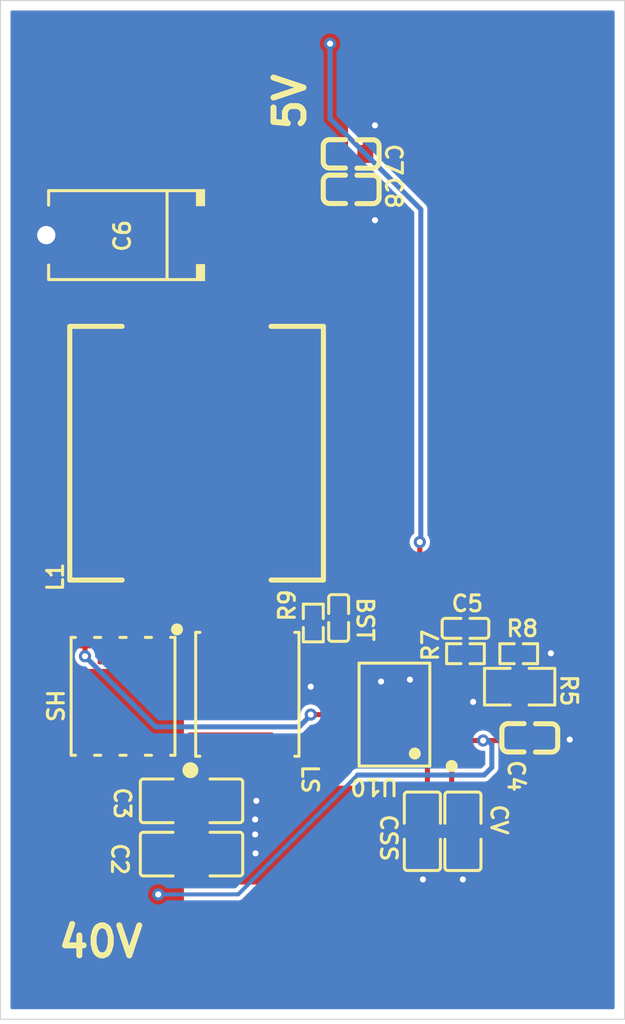
<source format=kicad_pcb>
(kicad_pcb (version 20240108) (generator "pcbnew") (generator_version "8.0")
  (layers (0 "F.Cu" signal "Top Layer") (1 "In1.Cu" signal "Inner1") (2 "In2.Cu" signal "Inner2") (31 "B.Cu" signal "Bottom Layer") (34 "B.Paste" user "Bottom Paste Mask Layer") (35 "F.Paste" user "Top Paste Mask Layer") (36 "B.SilkS" user "Bottom Silkscreen Layer") (37 "F.SilkS" user "Top Silkscreen Layer") (38 "B.Mask" user "Bottom Solder Mask Layer") (39 "F.Mask" user "Top Solder Mask Layer") (44 "Edge.Cuts" user "Multi-Layer"))
  (net 0 "")
  (net 1 "GND")
  (net 2 "5V")
  (net 3 "40V")
  (net 4 "$2N2931")
  (net 5 "$2N2778")
  (net 6 "GATE")
  (net 7 "$2N2800")
  (net 8 "$2N671")
  (net 9 "$2N681")
  (net 10 "$2N1026")
  (net 11 "$2N1983")
  (net 12 "$2N1121")
  (footprint "finalhand:C0603" (layer "F.Cu") (at 92.0655 61.2095)
    (property "Reference" "C8" (at 1.651 -0.7165 -90) (layer "F.SilkS") (effects (font (size 0.8 0.8) (thickness 0.1525)) (justify left bottom)))
    (property "Value" "")
    (fp_line (start -1.4055 -0.4055) (end -1.4055 0.3945) (stroke (width 0.254)) (layer "F.SilkS"))
    (fp_line (start -0.2955 -0.7155) (end -1.0955 -0.7155) (stroke (width 0.254)) (layer "F.SilkS"))
    (fp_line (start -0.2955 0.704) (end -1.0955 0.704) (stroke (width 0.254)) (layer "F.SilkS"))
    (fp_line (start 0.2805 -0.7095) (end 1.08 -0.7095) (stroke (width 0.254)) (layer "F.SilkS"))
    (fp_line (start 0.2805 0.71) (end 1.08 0.71) (stroke (width 0.254)) (layer "F.SilkS"))
    (fp_line (start 1.39 -0.4) (end 1.39 0.4005) (stroke (width 0.254)) (layer "F.SilkS"))
    (fp_arc (start -1.4055 -0.4055) (mid -1.314703 -0.624703) (end -1.0955 -0.7155) (stroke (width 0.254)) (layer "F.SilkS"))
    (fp_arc (start -1.0955 0.704) (mid -1.314423 0.613277) (end -1.4055 0.3945) (stroke (width 0.254)) (layer "F.SilkS"))
    (fp_arc (start 1.08 -0.7095) (mid 1.298924 -0.618777) (end 1.39 -0.4) (stroke (width 0.254)) (layer "F.SilkS"))
    (fp_arc (start 1.39 0.4) (mid 1.299203 0.619203) (end 1.08 0.71) (stroke (width 0.254)) (layer "F.SilkS"))
    (pad "1" smd rect (at -0.7 0) (size 0.8 0.9) (layers "F.Cu" "F.Paste" "F.Mask") (net 2 "5V"))
    (pad "2" smd rect (at 0.7 0) (size 0.8 0.9) (layers "F.Cu" "F.Paste" "F.Mask") (net 1 "GND"))
  )
  (footprint "finalhand:C0402" (layer "F.Cu") (at 91.4305 82.6635 90)
    (property "Reference" "BST" (at 1.118876 0.857 -90) (layer "F.SilkS") (effects (font (size 0.8 0.8) (thickness 0.1525)) (justify left bottom)))
    (property "Value" "")
    (fp_line (start 1.0165 -0.4985) (end 0.226 -0.4985) (stroke (width 0.1525)) (layer "F.SilkS"))
    (fp_line (start -1.0165 -0.4985) (end -0.226 -0.4985) (stroke (width 0.1525)) (layer "F.SilkS"))
    (fp_line (start 1.1685 0.346) (end 1.1685 -0.346) (stroke (width 0.1525)) (layer "F.SilkS"))
    (fp_line (start -1.1685 0.346) (end -1.1685 -0.346) (stroke (width 0.1525)) (layer "F.SilkS"))
    (fp_line (start 0.226 0.4985) (end 1.0165 0.4985) (stroke (width 0.1525)) (layer "F.SilkS"))
    (fp_line (start -0.226 0.4985) (end -1.0165 0.4985) (stroke (width 0.1525)) (layer "F.SilkS"))
    (fp_arc (start 1.0165 -0.4985) (mid 1.12426 -0.453906) (end 1.1685 -0.346) (stroke (width 0.1525)) (layer "F.SilkS"))
    (fp_arc (start -1.1685 -0.346) (mid -1.123907 -0.453554) (end -1.0165 -0.4985) (stroke (width 0.1525)) (layer "F.SilkS"))
    (fp_arc (start 1.1685 0.346) (mid 1.123905 0.453552) (end 1.0165 0.4985) (stroke (width 0.1525)) (layer "F.SilkS"))
    (fp_arc (start -1.0165 0.4985) (mid -1.124261 0.453907) (end -1.1685 0.346) (stroke (width 0.1525)) (layer "F.SilkS"))
    (pad "1" smd rect (at -0.545 0 90) (size 0.79 0.54) (layers "F.Cu" "F.Paste" "F.Mask") (net 8 "$2N671"))
    (pad "2" smd rect (at 0.545 0 90) (size 0.79 0.54) (layers "F.Cu" "F.Paste" "F.Mask") (net 5 "$2N2778"))
  )
  (footprint "finalhand:R0402" (layer "F.Cu") (at 90.1605 82.9135 90)
    (property "Reference" "R9" (at 0 -0.842 90) (layer "F.SilkS") (effects (font (size 0.8 0.8) (thickness 0.1525)) (justify left bottom)))
    (property "Value" "")
    (fp_line (start 0.944 -0.4985) (end 0.226 -0.4985) (stroke (width 0.1525)) (layer "F.SilkS"))
    (fp_line (start -0.944 -0.4985) (end -0.226 -0.4985) (stroke (width 0.1525)) (layer "F.SilkS"))
    (fp_line (start 0.944 0.4985) (end 0.944 -0.4985) (stroke (width 0.1525)) (layer "F.SilkS"))
    (fp_line (start 0.226 0.4985) (end 0.944 0.4985) (stroke (width 0.1525)) (layer "F.SilkS"))
    (fp_line (start -0.226 0.4985) (end -0.944 0.4985) (stroke (width 0.1525)) (layer "F.SilkS"))
    (fp_line (start -0.944 0.4985) (end -0.944 -0.4985) (stroke (width 0.1525)) (layer "F.SilkS"))
    (pad "1" smd rect (at -0.433 0 90) (size 0.5655 0.54) (layers "F.Cu" "F.Paste" "F.Mask") (net 4 "$2N2931"))
    (pad "2" smd rect (at 0.433 0 90) (size 0.5655 0.54) (layers "F.Cu" "F.Paste" "F.Mask") (net 5 "$2N2778"))
  )
  (footprint "finalhand:POWERVDFN-8_L6.0-W5.0-P1.27-BL" (layer "F.Cu") (at 86.8585 86.4825)
    (property "Reference" "LS" (at 2.667 3.4415 -90) (layer "F.SilkS") (effects (font (size 0.8 0.8) (thickness 0.1525)) (justify left bottom)))
    (property "Value" "")
    (fp_line (start -2.586 -3.101) (end -2.3755 -3.101) (stroke (width 0.1525)) (layer "F.SilkS"))
    (fp_line (start -2.586 3.101) (end -2.586 -3.101) (stroke (width 0.1525)) (layer "F.SilkS"))
    (fp_line (start -2.3755 3.101) (end -2.586 3.101) (stroke (width 0.1525)) (layer "F.SilkS"))
    (fp_line (start 2.3755 3.101) (end 2.586 3.101) (stroke (width 0.1525)) (layer "F.SilkS"))
    (fp_line (start 2.586 -3.101) (end 2.3755 -3.101) (stroke (width 0.1525)) (layer "F.SilkS"))
    (fp_line (start 2.586 3.101) (end 2.586 -3.101) (stroke (width 0.1525)) (layer "F.SilkS"))
    (fp_circle (center -2.85 3.8) (end -2.65 3.8) (stroke (width 0.4)) (fill none) (layer "F.SilkS"))
    (pad "1" smd rect (at -1.905 3.0255) (size 0.8 1.321) (layers "F.Cu" "F.Paste" "F.Mask") (net 1 "GND"))
    (pad "2" smd rect (at -0.635 3.0255) (size 0.8 1.321) (layers "F.Cu" "F.Paste" "F.Mask") (net 1 "GND"))
    (pad "3" smd rect (at 0.635 3.0255) (size 0.8 1.321) (layers "F.Cu" "F.Paste" "F.Mask") (net 1 "GND"))
    (pad "4" smd rect (at 1.905 3.0255) (size 0.8 1.321) (layers "F.Cu" "F.Paste" "F.Mask") (net 7 "$2N2800"))
    (pad "5" smd rect (at 1.905 -3.0255) (size 0.8 1.321) (layers "F.Cu" "F.Paste" "F.Mask") (net 5 "$2N2778"))
    (pad "6" smd rect (at 0.635 -3.0255) (size 0.8 1.321) (layers "F.Cu" "F.Paste" "F.Mask") (net 5 "$2N2778"))
    (pad "7" smd rect (at -0.635 -3.0255) (size 0.8 1.321) (layers "F.Cu" "F.Paste" "F.Mask") (net 5 "$2N2778"))
    (pad "8" smd rect (at -1.905 -3.0255) (size 0.8 1.321) (layers "F.Cu" "F.Paste" "F.Mask") (net 5 "$2N2778"))
    (pad "9" smd rect (at 0 -0.65) (size 4.6 3.6) (layers "F.Cu" "F.Paste" "F.Mask") (net 5 "$2N2778"))
  )
  (footprint "finalhand:R0402" (layer "F.Cu") (at 97.7805 84.4505 180)
    (property "Reference" "R7" (at 1.287 -0.460124 90) (layer "F.SilkS") (effects (font (size 0.8 0.8) (thickness 0.1525)) (justify left bottom)))
    (property "Value" "")
    (fp_line (start 0.944 0.4985) (end 0.944 -0.4985) (stroke (width 0.1525)) (layer "F.SilkS"))
    (fp_line (start 0.944 -0.4985) (end 0.226 -0.4985) (stroke (width 0.1525)) (layer "F.SilkS"))
    (fp_line (start 0.226 0.4985) (end 0.944 0.4985) (stroke (width 0.1525)) (layer "F.SilkS"))
    (fp_line (start -0.226 0.4985) (end -0.944 0.4985) (stroke (width 0.1525)) (layer "F.SilkS"))
    (fp_line (start -0.944 0.4985) (end -0.944 -0.4985) (stroke (width 0.1525)) (layer "F.SilkS"))
    (fp_line (start -0.944 -0.4985) (end -0.226 -0.4985) (stroke (width 0.1525)) (layer "F.SilkS"))
    (pad "1" smd rect (at -0.433 0 180) (size 0.5655 0.54) (layers "F.Cu" "F.Paste" "F.Mask") (net 11 "$2N1983"))
    (pad "2" smd rect (at 0.433 0 180) (size 0.5655 0.54) (layers "F.Cu" "F.Paste" "F.Mask") (net 2 "5V"))
  )
  (footprint "finalhand:CAP-SMD_L7.3-W4.3-R-RD" (layer "F.Cu") (at 80.6355 63.4955)
    (property "Reference" "C6" (at 0.433 0.918 90) (layer "F.SilkS") (effects (font (size 0.8 0.8) (thickness 0.1525)) (justify left bottom)))
    (property "Value" "")
    (fp_line (start -3.726 -2.226) (end -3.726 -1.499) (stroke (width 0.1525)) (layer "F.SilkS"))
    (fp_line (start -3.726 -2.226) (end 3.726 -2.226) (stroke (width 0.1525)) (layer "F.SilkS"))
    (fp_line (start -3.726 2.226) (end -3.726 1.499) (stroke (width 0.1525)) (layer "F.SilkS"))
    (fp_line (start -3.726 2.226) (end 3.726 2.226) (stroke (width 0.1525)) (layer "F.SilkS"))
    (fp_line (start 2.2045 -2.226) (end 2.2045 2.226) (stroke (width 0.1525)) (layer "F.SilkS"))
    (fp_poly (pts (xy 3.65 -2.3025) (xy 3.65 -1.4485) (xy 4.107 -1.4485) (xy 4.107 -2.3025)) (fill solid) (layer "F.SilkS"))
    (fp_poly (pts (xy 3.65 2.3025) (xy 3.65 1.4485) (xy 4.107 1.4485) (xy 4.107 2.3025)) (fill solid) (layer "F.SilkS"))
    (pad "1" smd rect (at 3.5115 0) (size 2.2075 2.592) (layers "F.Cu" "F.Paste" "F.Mask") (net 2 "5V"))
    (pad "2" smd rect (at -3.5115 0) (size 2.2075 2.592) (layers "F.Cu" "F.Paste" "F.Mask") (net 1 "GND"))
  )
  (footprint "finalhand:C1206" (layer "F.Cu") (at 84.0645 94.4835 180)
    (property "Reference" "C2" (at 4.064 0.635 -90) (layer "F.SilkS") (effects (font (size 0.8 0.8) (thickness 0.1525)) (justify left bottom)))
    (property "Value" "")
    (fp_line (start 2.5635 0.94) (end 2.5635 -0.94) (stroke (width 0.1525)) (layer "F.SilkS"))
    (fp_line (start 2.411 -1.0925) (end 0.926 -1.0925) (stroke (width 0.1525)) (layer "F.SilkS"))
    (fp_line (start 0.926 1.0925) (end 2.411 1.0925) (stroke (width 0.1525)) (layer "F.SilkS"))
    (fp_line (start -0.926 1.0925) (end -2.411 1.0925) (stroke (width 0.1525)) (layer "F.SilkS"))
    (fp_line (start -2.411 -1.0925) (end -0.926 -1.0925) (stroke (width 0.1525)) (layer "F.SilkS"))
    (fp_line (start -2.5635 0.94) (end -2.5635 -0.94) (stroke (width 0.1525)) (layer "F.SilkS"))
    (fp_arc (start 2.5635 0.94) (mid 2.518834 1.047834) (end 2.411 1.0925) (stroke (width 0.1525)) (layer "F.SilkS"))
    (fp_arc (start 2.411 -1.0925) (mid 2.518834 -1.047834) (end 2.5635 -0.94) (stroke (width 0.1525)) (layer "F.SilkS"))
    (fp_arc (start -2.411 1.0925) (mid -2.518834 1.047834) (end -2.5635 0.94) (stroke (width 0.1525)) (layer "F.SilkS"))
    (fp_arc (start -2.5635 -0.94) (mid -2.518834 -1.047834) (end -2.411 -1.0925) (stroke (width 0.1525)) (layer "F.SilkS"))
    (pad "1" smd rect (at -1.5925 0 180) (size 1.485 1.728) (layers "F.Cu" "F.Paste" "F.Mask") (net 1 "GND"))
    (pad "2" smd rect (at 1.5925 0 180) (size 1.485 1.728) (layers "F.Cu" "F.Paste" "F.Mask") (net 3 "40V"))
  )
  (footprint "finalhand:C0402" (layer "F.Cu") (at 97.7805 83.1805)
    (property "Reference" "C5" (at -0.787 -0.769876 0) (layer "F.SilkS") (effects (font (size 0.8 0.8) (thickness 0.1525)) (justify left bottom)))
    (property "Value" "")
    (fp_line (start -1.1685 0.346) (end -1.1685 -0.346) (stroke (width 0.1525)) (layer "F.SilkS"))
    (fp_line (start -1.0165 -0.4985) (end -0.226 -0.4985) (stroke (width 0.1525)) (layer "F.SilkS"))
    (fp_line (start -0.226 0.4985) (end -1.0165 0.4985) (stroke (width 0.1525)) (layer "F.SilkS"))
    (fp_line (start 0.226 0.4985) (end 1.0165 0.4985) (stroke (width 0.1525)) (layer "F.SilkS"))
    (fp_line (start 1.0165 -0.4985) (end 0.226 -0.4985) (stroke (width 0.1525)) (layer "F.SilkS"))
    (fp_line (start 1.1685 0.346) (end 1.1685 -0.346) (stroke (width 0.1525)) (layer "F.SilkS"))
    (fp_arc (start -1.1685 -0.346) (mid -1.123907 -0.453554) (end -1.0165 -0.4985) (stroke (width 0.1525)) (layer "F.SilkS"))
    (fp_arc (start -1.0165 0.4985) (mid -1.124261 0.453907) (end -1.1685 0.346) (stroke (width 0.1525)) (layer "F.SilkS"))
    (fp_arc (start 1.0165 -0.4985) (mid 1.12426 -0.453906) (end 1.1685 -0.346) (stroke (width 0.1525)) (layer "F.SilkS"))
    (fp_arc (start 1.1685 0.346) (mid 1.123905 0.453552) (end 1.0165 0.4985) (stroke (width 0.1525)) (layer "F.SilkS"))
    (pad "1" smd rect (at -0.545 0) (size 0.79 0.54) (layers "F.Cu" "F.Paste" "F.Mask") (net 2 "5V"))
    (pad "2" smd rect (at 0.545 0) (size 0.79 0.54) (layers "F.Cu" "F.Paste" "F.Mask") (net 11 "$2N1983"))
  )
  (footprint "finalhand:IND-SMD_L12.7-W12.7" (layer "F.Cu") (at 84.3185 74.4135 90)
    (property "Reference" "L1" (at -7 -6.604 90) (layer "F.SilkS") (effects (font (size 0.8 0.8) (thickness 0.1525)) (justify left bottom)))
    (property "Value" "")
    (fp_line (start 6.35 -6.35) (end -6.35 -6.35) (stroke (width 0.254)) (layer "F.SilkS"))
    (fp_line (start -6.35 -6.35) (end -6.35 -3.731) (stroke (width 0.254)) (layer "F.SilkS"))
    (fp_line (start 6.35 -3.731) (end 6.35 -6.35) (stroke (width 0.254)) (layer "F.SilkS"))
    (fp_line (start -6.35 3.731) (end -6.35 6.35) (stroke (width 0.254)) (layer "F.SilkS"))
    (fp_line (start 6.35 6.35) (end 6.35 3.731) (stroke (width 0.254)) (layer "F.SilkS"))
    (fp_line (start -6.35 6.35) (end 6.35 6.35) (stroke (width 0.254)) (layer "F.SilkS"))
    (pad "1" smd rect (at -5 0 90) (size 4 7) (layers "F.Cu" "F.Paste" "F.Mask") (net 5 "$2N2778"))
    (pad "2" smd rect (at 5 0 90) (size 4 7) (layers "F.Cu" "F.Paste" "F.Mask") (net 2 "5V"))
  )
  (footprint "finalhand:R0805" (layer "F.Cu") (at 100.4935 86.1015)
    (property "Reference" "R5" (at 2 -0.690876 -90) (layer "F.SilkS") (effects (font (size 0.8 0.8) (thickness 0.1525)) (justify left bottom)))
    (property "Value" "")
    (fp_line (start -1.761 -0.917) (end -0.476 -0.917) (stroke (width 0.1525)) (layer "F.SilkS"))
    (fp_line (start -1.761 0.917) (end -1.761 -0.917) (stroke (width 0.1525)) (layer "F.SilkS"))
    (fp_line (start -0.476 0.917) (end -1.761 0.917) (stroke (width 0.1525)) (layer "F.SilkS"))
    (fp_line (start 0.476 0.917) (end 1.761 0.917) (stroke (width 0.1525)) (layer "F.SilkS"))
    (fp_line (start 1.761 -0.917) (end 0.476 -0.917) (stroke (width 0.1525)) (layer "F.SilkS"))
    (fp_line (start 1.761 0.917) (end 1.761 -0.917) (stroke (width 0.1525)) (layer "F.SilkS"))
    (pad "1" smd rect (at -1 0) (size 1.1325 1.377) (layers "F.Cu" "F.Paste" "F.Mask") (net 9 "$2N681"))
    (pad "2" smd rect (at 1 0) (size 1.1325 1.377) (layers "F.Cu" "F.Paste" "F.Mask") (net 3 "40V"))
  )
  (footprint "finalhand:HTSSOP-14_L5.0-W4.4-P0.65-LS6.4-BL-EP" (layer "F.Cu") (at 94.2245 87.4985 90)
    (property "Reference" "U10" (at -3.162124 0.269 180) (layer "F.SilkS") (effects (font (size 0.8 0.8) (thickness 0.1525)) (justify left bottom)))
    (property "Value" "")
    (fp_line (start 2.576 -1.7715) (end 2.576 1.7715) (stroke (width 0.1525)) (layer "F.SilkS"))
    (fp_line (start -2.576 -1.7715) (end 2.576 -1.7715) (stroke (width 0.1525)) (layer "F.SilkS"))
    (fp_line (start 2.576 1.7715) (end -2.576 1.7715) (stroke (width 0.1525)) (layer "F.SilkS"))
    (fp_line (start -2.576 1.7715) (end -2.576 -1.7715) (stroke (width 0.1525)) (layer "F.SilkS"))
    (fp_circle (center -1.95 1.019) (end -1.8 1.019) (stroke (width 0.3)) (fill none) (layer "F.SilkS"))
    (fp_circle (center -2.574 2.866) (end -2.4235 2.866) (stroke (width 0.3)) (fill none) (layer "F.SilkS"))
    (pad "1" smd oval (at -1.95 2.866 90) (size 0.343 1.7315) (layers "F.Cu" "F.Paste" "F.Mask") (net 12 "$2N1121"))
    (pad "2" smd oval (at -1.3 2.866 90) (size 0.343 1.7315) (layers "F.Cu" "F.Paste" "F.Mask") (net 3 "40V"))
    (pad "3" smd oval (at -0.65 2.866 90) (size 0.343 1.7315) (layers "F.Cu" "F.Paste" "F.Mask"))
    (pad "4" smd oval (at 0 2.866 90) (size 0.343 1.7315) (layers "F.Cu" "F.Paste" "F.Mask") (net 11 "$2N1983"))
    (pad "5" smd oval (at 0.65 2.866 90) (size 0.343 1.7315) (layers "F.Cu" "F.Paste" "F.Mask") (net 1 "GND"))
    (pad "6" smd oval (at 1.3 2.866 90) (size 0.343 1.7315) (layers "F.Cu" "F.Paste" "F.Mask") (net 10 "$2N1026"))
    (pad "7" smd oval (at 1.95 2.866 90) (size 0.343 1.7315) (layers "F.Cu" "F.Paste" "F.Mask") (net 9 "$2N681"))
    (pad "8" smd oval (at 1.95 -2.866 90) (size 0.343 1.7315) (layers "F.Cu" "F.Paste" "F.Mask") (net 4 "$2N2931"))
    (pad "9" smd oval (at 1.3 -2.866 90) (size 0.343 1.7315) (layers "F.Cu" "F.Paste" "F.Mask") (net 1 "GND"))
    (pad "10" smd oval (at 0.65 -2.866 90) (size 0.343 1.7315) (layers "F.Cu" "F.Paste" "F.Mask") (net 5 "$2N2778"))
    (pad "11" smd oval (at 0 -2.866 90) (size 0.343 1.7315) (layers "F.Cu" "F.Paste" "F.Mask") (net 6 "GATE"))
    (pad "12" smd oval (at -0.65 -2.866 90) (size 0.343 1.7315) (layers "F.Cu" "F.Paste" "F.Mask") (net 8 "$2N671"))
    (pad "13" smd oval (at -1.3 -2.866 90) (size 0.343 1.7315) (layers "F.Cu" "F.Paste" "F.Mask") (net 7 "$2N2800"))
    (pad "14" smd oval (at -1.95 -2.866 90) (size 0.343 1.7315) (layers "F.Cu" "F.Paste" "F.Mask") (net 1 "GND"))
    (pad "15" smd rect (at 0 0 90) (size 1.83 2.055) (layers "F.Cu" "F.Paste" "F.Mask") (net 1 "GND"))
  )
  (footprint "finalhand:C0603" (layer "F.Cu") (at 92.0655 59.4315)
    (property "Reference" "C7" (at 1.651 -0.5895 -90) (layer "F.SilkS") (effects (font (size 0.8 0.8) (thickness 0.1525)) (justify left bottom)))
    (property "Value" "")
    (fp_line (start -1.4055 -0.4055) (end -1.4055 0.3945) (stroke (width 0.254)) (layer "F.SilkS"))
    (fp_line (start -0.2955 -0.7155) (end -1.0955 -0.7155) (stroke (width 0.254)) (layer "F.SilkS"))
    (fp_line (start -0.2955 0.704) (end -1.0955 0.704) (stroke (width 0.254)) (layer "F.SilkS"))
    (fp_line (start 0.2805 -0.7095) (end 1.08 -0.7095) (stroke (width 0.254)) (layer "F.SilkS"))
    (fp_line (start 0.2805 0.71) (end 1.08 0.71) (stroke (width 0.254)) (layer "F.SilkS"))
    (fp_line (start 1.39 -0.4) (end 1.39 0.4005) (stroke (width 0.254)) (layer "F.SilkS"))
    (fp_arc (start -1.4055 -0.4055) (mid -1.314703 -0.624703) (end -1.0955 -0.7155) (stroke (width 0.254)) (layer "F.SilkS"))
    (fp_arc (start -1.0955 0.704) (mid -1.314423 0.613277) (end -1.4055 0.3945) (stroke (width 0.254)) (layer "F.SilkS"))
    (fp_arc (start 1.08 -0.7095) (mid 1.298924 -0.618777) (end 1.39 -0.4) (stroke (width 0.254)) (layer "F.SilkS"))
    (fp_arc (start 1.39 0.4) (mid 1.299203 0.619203) (end 1.08 0.71) (stroke (width 0.254)) (layer "F.SilkS"))
    (pad "1" smd rect (at -0.7 0) (size 0.8 0.9) (layers "F.Cu" "F.Paste" "F.Mask") (net 2 "5V"))
    (pad "2" smd rect (at 0.7 0) (size 0.8 0.9) (layers "F.Cu" "F.Paste" "F.Mask") (net 1 "GND"))
  )
  (footprint "finalhand:DFN-8_L5.9-W5.2-P1.27-LS6.2-BL" (layer "F.Cu") (at 80.6355 86.6095 180)
    (property "Reference" "HS" (at 3.892 0.448876 -90) (layer "F.SilkS") (effects (font (size 0.8 0.8) (thickness 0.1525)) (justify left bottom)))
    (property "Value" "")
    (fp_line (start 2.6 2.975) (end 2.385 2.975) (stroke (width 0.152)) (layer "F.SilkS"))
    (fp_line (start 2.6 -2.925) (end 2.6 2.975) (stroke (width 0.152)) (layer "F.SilkS"))
    (fp_line (start 2.385 -2.925) (end 2.6 -2.925) (stroke (width 0.152)) (layer "F.SilkS"))
    (fp_line (start 1.425 2.975) (end 1.115 2.975) (stroke (width 0.152)) (layer "F.SilkS"))
    (fp_line (start 1.115 -2.925) (end 1.425 -2.925) (stroke (width 0.152)) (layer "F.SilkS"))
    (fp_line (start 0.155 2.975) (end -0.155 2.975) (stroke (width 0.152)) (layer "F.SilkS"))
    (fp_line (start -0.155 -2.925) (end 0.155 -2.925) (stroke (width 0.152)) (layer "F.SilkS"))
    (fp_line (start -1.115 2.975) (end -1.425 2.975) (stroke (width 0.152)) (layer "F.SilkS"))
    (fp_line (start -1.425 -2.925) (end -1.115 -2.925) (stroke (width 0.152)) (layer "F.SilkS"))
    (fp_line (start -2.385 2.975) (end -2.6 2.975) (stroke (width 0.152)) (layer "F.SilkS"))
    (fp_line (start -2.6 2.975) (end -2.6 -2.925) (stroke (width 0.152)) (layer "F.SilkS"))
    (fp_line (start -2.6 -2.925) (end -2.385 -2.925) (stroke (width 0.152)) (layer "F.SilkS"))
    (fp_circle (center -2.7 3.375) (end -2.55 3.375) (stroke (width 0.3)) (fill none) (layer "F.SilkS"))
    (pad "1" smd rect (at -1.905 2.925 180) (size 0.6 1) (layers "F.Cu" "F.Paste" "F.Mask") (net 5 "$2N2778"))
    (pad "2" smd rect (at -0.635 2.925 180) (size 0.6 1) (layers "F.Cu" "F.Paste" "F.Mask") (net 5 "$2N2778"))
    (pad "3" smd rect (at 0.635 2.925 180) (size 0.6 1) (layers "F.Cu" "F.Paste" "F.Mask") (net 5 "$2N2778"))
    (pad "4" smd rect (at 1.905 2.925 180) (size 0.6 1) (layers "F.Cu" "F.Paste" "F.Mask") (net 6 "GATE"))
    (pad "5" smd rect (at 1.905 -2.925 180) (size 0.6 1) (layers "F.Cu" "F.Paste" "F.Mask") (net 3 "40V"))
    (pad "6" smd rect (at 0.635 -2.925 180) (size 0.6 1) (layers "F.Cu" "F.Paste" "F.Mask") (net 3 "40V"))
    (pad "7" smd rect (at -0.635 -2.925 180) (size 0.6 1) (layers "F.Cu" "F.Paste" "F.Mask") (net 3 "40V"))
    (pad "8" smd rect (at -1.905 -2.925 180) (size 0.6 1) (layers "F.Cu" "F.Paste" "F.Mask") (net 3 "40V"))
    (pad "9" smd rect (at 0 -0.61 180) (size 4.41 4) (layers "F.Cu" "F.Paste" "F.Mask") (net 3 "40V"))
  )
  (footprint "finalhand:C0805" (layer "F.Cu") (at 97.6535 93.3405 90)
    (property "Reference" "CV" (at 1.429876 1.34 -90) (layer "F.SilkS") (effects (font (size 0.8 0.8) (thickness 0.1525)) (justify left bottom)))
    (property "Value" "")
    (fp_line (start 1.811 -0.9035) (end 0.401 -0.9035) (stroke (width 0.1525)) (layer "F.SilkS"))
    (fp_line (start -1.811 -0.9035) (end -0.401 -0.9035) (stroke (width 0.1525)) (layer "F.SilkS"))
    (fp_line (start 1.9635 0.751) (end 1.9635 -0.751) (stroke (width 0.1525)) (layer "F.SilkS"))
    (fp_line (start -1.9635 0.751) (end -1.9635 -0.751) (stroke (width 0.1525)) (layer "F.SilkS"))
    (fp_line (start 0.401 0.9035) (end 1.811 0.9035) (stroke (width 0.1525)) (layer "F.SilkS"))
    (fp_line (start -0.401 0.9035) (end -1.811 0.9035) (stroke (width 0.1525)) (layer "F.SilkS"))
    (fp_arc (start 1.811 -0.9035) (mid 1.918834 -0.858834) (end 1.9635 -0.751) (stroke (width 0.1525)) (layer "F.SilkS"))
    (fp_arc (start -1.9635 -0.751) (mid -1.918834 -0.858834) (end -1.811 -0.9035) (stroke (width 0.1525)) (layer "F.SilkS"))
    (fp_arc (start 1.9635 0.751) (mid 1.918834 0.858834) (end 1.811 0.9035) (stroke (width 0.1525)) (layer "F.SilkS"))
    (fp_arc (start -1.811 0.9035) (mid -1.918834 0.858834) (end -1.9635 0.751) (stroke (width 0.1525)) (layer "F.SilkS"))
    (pad "1" smd rect (at -1.03 0 90) (size 1.41 1.35) (layers "F.Cu" "F.Paste" "F.Mask") (net 1 "GND"))
    (pad "2" smd rect (at 1.03 0 90) (size 1.41 1.35) (layers "F.Cu" "F.Paste" "F.Mask") (net 12 "$2N1121"))
  )
  (footprint "finalhand:Pad_e949" (layer "F.Cu") (at 76.7915 63.4955 -90)
    (property "Reference" "" (at 0 0 -90) (layer "F.SilkS") (effects (font (size 1.27 1.27))))
    (property "Value" "")
    (pad "29" thru_hole circle (at 0 0 270) (size 1.524 1.524) (drill 0.9145) (layers "*.Cu" "*.Mask") (net 1 "GND"))
  )
  (footprint "finalhand:C0805" (layer "F.Cu") (at 95.6215 93.3405 90)
    (property "Reference" "CSS" (at 0.929876 -2.159 -90) (layer "F.SilkS") (effects (font (size 0.8 0.8) (thickness 0.1525)) (justify left bottom)))
    (property "Value" "")
    (fp_line (start 1.811 -0.9035) (end 0.401 -0.9035) (stroke (width 0.1525)) (layer "F.SilkS"))
    (fp_line (start -1.811 -0.9035) (end -0.401 -0.9035) (stroke (width 0.1525)) (layer "F.SilkS"))
    (fp_line (start 1.9635 0.751) (end 1.9635 -0.751) (stroke (width 0.1525)) (layer "F.SilkS"))
    (fp_line (start -1.9635 0.751) (end -1.9635 -0.751) (stroke (width 0.1525)) (layer "F.SilkS"))
    (fp_line (start 0.401 0.9035) (end 1.811 0.9035) (stroke (width 0.1525)) (layer "F.SilkS"))
    (fp_line (start -0.401 0.9035) (end -1.811 0.9035) (stroke (width 0.1525)) (layer "F.SilkS"))
    (fp_arc (start 1.811 -0.9035) (mid 1.918834 -0.858834) (end 1.9635 -0.751) (stroke (width 0.1525)) (layer "F.SilkS"))
    (fp_arc (start -1.9635 -0.751) (mid -1.918834 -0.858834) (end -1.811 -0.9035) (stroke (width 0.1525)) (layer "F.SilkS"))
    (fp_arc (start 1.9635 0.751) (mid 1.918834 0.858834) (end 1.811 0.9035) (stroke (width 0.1525)) (layer "F.SilkS"))
    (fp_arc (start -1.811 0.9035) (mid -1.918834 0.858834) (end -1.9635 0.751) (stroke (width 0.1525)) (layer "F.SilkS"))
    (pad "1" smd rect (at -1.03 0 90) (size 1.41 1.35) (layers "F.Cu" "F.Paste" "F.Mask") (net 1 "GND"))
    (pad "2" smd rect (at 1.03 0 90) (size 1.41 1.35) (layers "F.Cu" "F.Paste" "F.Mask") (net 10 "$2N1026"))
  )
  (footprint "finalhand:C0603" (layer "F.Cu") (at 100.9935 88.660624 180)
    (property "Reference" "C4" (at 1.143 -1.031 -90) (layer "F.SilkS") (effects (font (size 0.8 0.8) (thickness 0.1525)) (justify left bottom)))
    (property "Value" "")
    (fp_line (start 1.39 -0.4) (end 1.39 0.4005) (stroke (width 0.254)) (layer "F.SilkS"))
    (fp_line (start 0.2805 0.71) (end 1.08 0.71) (stroke (width 0.254)) (layer "F.SilkS"))
    (fp_line (start 0.2805 -0.7095) (end 1.08 -0.7095) (stroke (width 0.254)) (layer "F.SilkS"))
    (fp_line (start -0.2955 0.704) (end -1.0955 0.704) (stroke (width 0.254)) (layer "F.SilkS"))
    (fp_line (start -0.2955 -0.7155) (end -1.0955 -0.7155) (stroke (width 0.254)) (layer "F.SilkS"))
    (fp_line (start -1.4055 -0.4055) (end -1.4055 0.3945) (stroke (width 0.254)) (layer "F.SilkS"))
    (fp_arc (start 1.39 0.4) (mid 1.299203 0.619203) (end 1.08 0.71) (stroke (width 0.254)) (layer "F.SilkS"))
    (fp_arc (start 1.08 -0.7095) (mid 1.298924 -0.618777) (end 1.39 -0.4) (stroke (width 0.254)) (layer "F.SilkS"))
    (fp_arc (start -1.0955 0.704) (mid -1.314423 0.613277) (end -1.4055 0.3945) (stroke (width 0.254)) (layer "F.SilkS"))
    (fp_arc (start -1.4055 -0.4055) (mid -1.314703 -0.624703) (end -1.0955 -0.7155) (stroke (width 0.254)) (layer "F.SilkS"))
    (pad "1" smd rect (at -0.7 0 180) (size 0.8 0.9) (layers "F.Cu" "F.Paste" "F.Mask") (net 1 "GND"))
    (pad "2" smd rect (at 0.7 0 180) (size 0.8 0.9) (layers "F.Cu" "F.Paste" "F.Mask") (net 3 "40V"))
  )
  (footprint "finalhand:R0402" (layer "F.Cu") (at 100.4475 84.4505 180)
    (property "Reference" "R8" (at 0.704 0.789876 0) (layer "F.SilkS") (effects (font (size 0.8 0.8) (thickness 0.1525)) (justify left bottom)))
    (property "Value" "")
    (fp_line (start 0.944 0.4985) (end 0.944 -0.4985) (stroke (width 0.1525)) (layer "F.SilkS"))
    (fp_line (start 0.944 -0.4985) (end 0.226 -0.4985) (stroke (width 0.1525)) (layer "F.SilkS"))
    (fp_line (start 0.226 0.4985) (end 0.944 0.4985) (stroke (width 0.1525)) (layer "F.SilkS"))
    (fp_line (start -0.226 0.4985) (end -0.944 0.4985) (stroke (width 0.1525)) (layer "F.SilkS"))
    (fp_line (start -0.944 0.4985) (end -0.944 -0.4985) (stroke (width 0.1525)) (layer "F.SilkS"))
    (fp_line (start -0.944 -0.4985) (end -0.226 -0.4985) (stroke (width 0.1525)) (layer "F.SilkS"))
    (pad "1" smd rect (at -0.433 0 180) (size 0.5655 0.54) (layers "F.Cu" "F.Paste" "F.Mask") (net 1 "GND"))
    (pad "2" smd rect (at 0.433 0 180) (size 0.5655 0.54) (layers "F.Cu" "F.Paste" "F.Mask") (net 11 "$2N1983"))
  )
  (footprint "finalhand:C1206" (layer "F.Cu") (at 84.0645 91.8165 180)
    (property "Reference" "C3" (at 3.937 0.762 -90) (layer "F.SilkS") (effects (font (size 0.8 0.8) (thickness 0.1525)) (justify left bottom)))
    (property "Value" "")
    (fp_line (start 2.5635 0.94) (end 2.5635 -0.94) (stroke (width 0.1525)) (layer "F.SilkS"))
    (fp_line (start 2.411 -1.0925) (end 0.926 -1.0925) (stroke (width 0.1525)) (layer "F.SilkS"))
    (fp_line (start 0.926 1.0925) (end 2.411 1.0925) (stroke (width 0.1525)) (layer "F.SilkS"))
    (fp_line (start -0.926 1.0925) (end -2.411 1.0925) (stroke (width 0.1525)) (layer "F.SilkS"))
    (fp_line (start -2.411 -1.0925) (end -0.926 -1.0925) (stroke (width 0.1525)) (layer "F.SilkS"))
    (fp_line (start -2.5635 0.94) (end -2.5635 -0.94) (stroke (width 0.1525)) (layer "F.SilkS"))
    (fp_arc (start 2.5635 0.94) (mid 2.518834 1.047834) (end 2.411 1.0925) (stroke (width 0.1525)) (layer "F.SilkS"))
    (fp_arc (start 2.411 -1.0925) (mid 2.518834 -1.047834) (end 2.5635 -0.94) (stroke (width 0.1525)) (layer "F.SilkS"))
    (fp_arc (start -2.411 1.0925) (mid -2.518834 1.047834) (end -2.5635 0.94) (stroke (width 0.1525)) (layer "F.SilkS"))
    (fp_arc (start -2.5635 -0.94) (mid -2.518834 -1.047834) (end -2.411 -1.0925) (stroke (width 0.1525)) (layer "F.SilkS"))
    (pad "1" smd rect (at -1.5925 0 180) (size 1.485 1.728) (layers "F.Cu" "F.Paste" "F.Mask") (net 1 "GND"))
    (pad "2" smd rect (at 1.5925 0 180) (size 1.485 1.728) (layers "F.Cu" "F.Paste" "F.Mask") (net 3 "40V"))
  )
  (gr_rect (start 74.5 51.75) (end 105.75 102.75) (stroke (width 0.05)) (fill none) (layer "Edge.Cuts"))
  (gr_text "40V\n" (at 77.25 99.75 0) (layer "F.SilkS") (effects (font (size 1.5 1.5) (thickness 0.3) (bold yes)) (justify left bottom)))
  (gr_text "5V\n" (at 89.867428 58.375428 90) (layer "F.SilkS") (effects (font (size 1.5 1.5) (thickness 0.3) (bold yes)) (justify left bottom)))
  (segment (start 92.7655 61.2095) (end 92.7655 62.2655) (width 0.254) (layer "F.Cu") (net 1))
  (segment (start 90.1305 86.1985) (end 90.0335 86.1015) (width 0.254) (layer "F.Cu") (net 1))
  (segment (start 87.305968 91.8165) (end 87.307135 91.815333) (width 0.254) (layer "F.Cu") (net 1))
  (segment (start 97.6535 95.7465) (end 97.65 95.75) (width 0.254) (layer "F.Cu") (net 1))
  (segment (start 93.7245 87.9985) (end 93.7245 88.5065) (width 0.254) (layer "F.Cu") (net 1))
  (segment (start 92.7655 58.4845) (end 93.25 58) (width 0.254) (layer "F.Cu") (net 1))
  (segment (start 85.657 94.4835) (end 87.229612 94.4835) (width 0.254) (layer "F.Cu") (net 1))
  (segment (start 92.7655 59.4315) (end 92.7655 58.4845) (width 0.254) (layer "F.Cu") (net 1))
  (segment (start 92.7825 89.4485) (end 91.3585 89.4485) (width 0.254) (layer "F.Cu") (net 1))
  (segment (start 85.657 91.8165) (end 87.305968 91.8165) (width 0.254) (layer "F.Cu") (net 1))
  (segment (start 95.6215 95.7215) (end 95.65 95.75) (width 0.254) (layer "F.Cu") (net 1))
  (segment (start 92.7655 62.2655) (end 93.25 62.75) (width 0.254) (layer "F.Cu") (net 1))
  (segment (start 95 85.75) (end 95 86.723) (width 0.254) (layer "F.Cu") (net 1))
  (segment (start 93.553338 85.843613) (end 93.553338 86.827338) (width 0.254) (layer "F.Cu") (net 1))
  (segment (start 102.037028 84.4505) (end 102.058567 84.428961) (width 0.254) (layer "F.Cu") (net 1))
  (segment (start 91.3585 86.1985) (end 90.1305 86.1985) (width 0.254) (layer "F.Cu") (net 1))
  (segment (start 95.6215 94.3705) (end 95.6215 95.7215) (width 0.254) (layer "F.Cu") (net 1))
  (segment (start 93.553338 86.827338) (end 94.2245 87.4985) (width 0.254) (layer "F.Cu") (net 1))
  (segment (start 93.7245 88.5065) (end 92.7825 89.4485) (width 0.254) (layer "F.Cu") (net 1))
  (segment (start 97.6535 94.3705) (end 97.6535 95.7465) (width 0.254) (layer "F.Cu") (net 1))
  (segment (start 100.8805 84.4505) (end 102.037028 84.4505) (width 0.254) (layer "F.Cu") (net 1))
  (segment (start 95 86.723) (end 94.2245 87.4985) (width 0.254) (layer "F.Cu") (net 1))
  (segment (start 87.229612 94.4835) (end 87.26808 94.445032) (width 0.254) (layer "F.Cu") (net 1))
  (via (at 97.65 95.75) (size 0.61) (drill 0.305) (layers "F.Cu" "B.Cu") (net 1))
  (via (at 93.25 62.75) (size 0.61) (drill 0.305) (layers "F.Cu" "B.Cu") (net 1))
  (via (at 93.25 58) (size 0.61) (drill 0.305) (layers "F.Cu" "B.Cu") (net 1))
  (via (at 98.1615 86.8635) (size 0.61) (drill 0.305) (layers "F.Cu" "B.Cu") (net 1))
  (via (at 95.65 95.75) (size 0.61) (drill 0.305) (layers "F.Cu" "B.Cu") (net 1))
  (via (at 87.25 93.5) (size 0.61) (drill 0.305) (layers "F.Cu" "B.Cu") (net 1))
  (via (at 87.307135 91.815333) (size 0.61) (drill 0.305) (layers "F.Cu" "B.Cu") (net 1))
  (via (at 93.553338 85.843613) (size 0.61) (drill 0.305) (layers "F.Cu" "B.Cu") (net 1))
  (via (at 95 85.75) (size 0.61) (drill 0.305) (layers "F.Cu" "B.Cu") (net 1))
  (via (at 103 88.75) (size 0.61) (drill 0.305) (layers "F.Cu" "B.Cu") (net 1))
  (via (at 102.058567 84.428961) (size 0.61) (drill 0.305) (layers "F.Cu" "B.Cu") (net 1))
  (via (at 87.25 92.75) (size 0.61) (drill 0.305) (layers "F.Cu" "B.Cu") (net 1))
  (via (at 87.26808 94.445032) (size 0.61) (drill 0.305) (layers "F.Cu" "B.Cu") (net 1))
  (via (at 90.0335 86.1015) (size 0.61) (drill 0.305) (layers "F.Cu" "B.Cu") (net 1))
  (segment (start 91.3655 61.2095) (end 91.3655 59.4315) (width 0.381) (layer "F.Cu") (net 2))
  (segment (start 95.4945 81.4395) (end 97.2355 83.1805) (width 0.254) (layer "F.Cu") (net 2))
  (segment (start 97.2355 83.1805) (end 97.2355 84.465) (width 0.254) (layer "F.Cu") (net 2))
  (segment (start 97.2355 84.465) (end 97.3475 84.5775) (width 0.254) (layer "F.Cu") (net 2))
  (segment (start 95.4945 78.8625) (end 95.4945 81.4395) (width 0.254) (layer "F.Cu") (net 2))
  (via (at 91 53.910624) (size 0.61) (drill 0.305) (layers "F.Cu" "B.Cu") (net 2))
  (via (at 95.4945 78.8625) (size 0.61) (drill 0.305) (layers "F.Cu" "B.Cu") (net 2))
  (segment (start 91 53.910624) (end 91 57.658876) (width 0.254) (layer "B.Cu") (net 2))
  (segment (start 91 57.658876) (end 95.5455 62.204376) (width 0.254) (layer "B.Cu") (net 2))
  (segment (start 95.5455 78.8115) (end 95.4945 78.8625) (width 0.254) (layer "B.Cu") (net 2))
  (segment (start 95.5455 62.204376) (end 95.5455 78.8115) (width 0.254) (layer "B.Cu") (net 2))
  (segment (start 99.601376 88.660624) (end 100.2935 88.660624) (width 0.254) (layer "F.Cu") (net 3))
  (segment (start 99.4635 88.7985) (end 99.601376 88.660624) (width 0.254) (layer "F.Cu") (net 3))
  (segment (start 101.4935 87.160624) (end 101.4935 86.1015) (width 0.254) (layer "F.Cu") (net 3))
  (segment (start 100.9665 87.687624) (end 101.4935 87.160624) (width 0.254) (layer "F.Cu") (net 3))
  (segment (start 99.4635 88.7985) (end 98.663 88.7985) (width 0.254) (layer "F.Cu") (net 3))
  (segment (start 98.663 88.7985) (end 97.0905 88.7985) (width 0.254) (layer "F.Cu") (net 3))
  (segment (start 100.2935 88.660624) (end 100.7435 88.660624) (width 0.254) (layer "F.Cu") (net 3))
  (segment (start 100.9665 88.437624) (end 100.9665 87.687624) (width 0.254) (layer "F.Cu") (net 3))
  (segment (start 100.7435 88.660624) (end 100.9665 88.437624) (width 0.254) (layer "F.Cu") (net 3))
  (via (at 98.663 88.7985) (size 0.61) (drill 0.305) (layers "F.Cu" "B.Cu") (net 3))
  (via (at 82.4 96.5) (size 0.61) (drill 0.305) (layers "F.Cu" "B.Cu") (net 3))
  (segment (start 98.663 88.7985) (end 98.898624 88.7985) (width 0.254) (layer "B.Cu") (net 3))
  (segment (start 82.4 96.5) (end 86.4 96.5) (width 0.2) (layer "B.Cu") (net 3))
  (segment (start 98.898624 88.7985) (end 99.1015 89.001376) (width 0.254) (layer "B.Cu") (net 3))
  (segment (start 86.4 96.5) (end 92.374624 90.525376) (width 0.2) (layer "B.Cu") (net 3))
  (segment (start 98.7205 90.525376) (end 92.374624 90.525376) (width 0.254) (layer "B.Cu") (net 3))
  (segment (start 99.1015 90.144376) (end 98.7205 90.525376) (width 0.254) (layer "B.Cu") (net 3))
  (segment (start 99.1015 89.001376) (end 99.1015 90.144376) (width 0.254) (layer "B.Cu") (net 3))
  (segment (start 90.1605 84.3505) (end 91.3585 85.5485) (width 0.254) (layer "F.Cu") (net 4))
  (segment (start 90.1605 84.3505) (end 90.1605 83.3465) (width 0.254) (layer "F.Cu") (net 4))
  (segment (start 91.4305 82.1185) (end 91.4305 80.6805) (width 0.254) (layer "F.Cu") (net 5))
  (segment (start 87.8745 86.8485) (end 87.3585 86.3325) (width 0.254) (layer "F.Cu") (net 5))
  (segment (start 87.3585 86.3325) (end 86.8585 85.8325) (width 0.254) (layer "F.Cu") (net 5))
  (segment (start 91.4305 82.1185) (end 90.5225 82.1185) (width 0.254) (layer "F.Cu") (net 5))
  (segment (start 90.5225 82.1185) (end 90.1605 82.4805) (width 0.254) (layer "F.Cu") (net 5))
  (segment (start 90.1635 79.4135) (end 84.3185 79.4135) (width 0.254) (layer "F.Cu") (net 5))
  (segment (start 91.4305 80.6805) (end 90.1635 79.4135) (width 0.254) (layer "F.Cu") (net 5))
  (segment (start 91.3935 82.1115) (end 91.4305 82.0745) (width 0.254) (layer "F.Cu") (net 5))
  (segment (start 91.3585 86.8485) (end 87.8745 86.8485) (width 0.254) (layer "F.Cu") (net 5))
  (segment (start 78.7305 84.5775) (end 78.7305 83.6845) (width 0.254) (layer "F.Cu") (net 6))
  (segment (start 90.0335 87.4985) (end 91.3585 87.4985) (width 0.254) (layer "F.Cu") (net 6))
  (via (at 90.0335 87.4985) (size 0.61) (drill 0.305) (layers "F.Cu" "B.Cu") (net 6))
  (via (at 78.7305 84.5775) (size 0.61) (drill 0.305) (layers "F.Cu" "B.Cu") (net 6))
  (segment (start 90.0335 87.528376) (end 90.0335 87.4985) (width 0.254) (layer "B.Cu") (net 6))
  (segment (start 89.4495 88.112376) (end 90.0335 87.528376) (width 0.254) (layer "B.Cu") (net 6))
  (segment (start 82.265376 88.112376) (end 89.4495 88.112376) (width 0.254) (layer "B.Cu") (net 6))
  (segment (start 78.7305 84.5775) (end 82.265376 88.112376) (width 0.254) (layer "B.Cu") (net 6))
  (segment (start 88.7635 89.508) (end 89.6565 89.508) (width 0.254) (layer "F.Cu") (net 7))
  (segment (start 89.6565 89.508) (end 90.366 88.7985) (width 0.254) (layer "F.Cu") (net 7))
  (segment (start 90.366 88.7985) (end 91.3585 88.7985) (width 0.254) (layer "F.Cu") (net 7))
  (segment (start 92.7005 85.2825) (end 91.4305 84.0125) (width 0.254) (layer "F.Cu") (net 8))
  (segment (start 91.3585 88.1485) (end 92.3045 88.1485) (width 0.254) (layer "F.Cu") (net 8))
  (segment (start 92.3045 88.1485) (end 92.7005 87.7525) (width 0.254) (layer "F.Cu") (net 8))
  (segment (start 91.4305 84.0125) (end 91.4305 83.2085) (width 0.254) (layer "F.Cu") (net 8))
  (segment (start 92.7005 87.7525) (end 92.7005 85.2825) (width 0.254) (layer "F.Cu") (net 8))
  (segment (start 99.3665 86.2285) (end 99.4935 86.1015) (width 0.254) (layer "F.Cu") (net 9))
  (segment (start 98.9405 85.5485) (end 99.4935 86.1015) (width 0.254) (layer "F.Cu") (net 9))
  (segment (start 97.0905 85.5485) (end 98.9405 85.5485) (width 0.254) (layer "F.Cu") (net 9))
  (segment (start 96.167 86.1985) (end 97.0905 86.1985) (width 0.254) (layer "F.Cu") (net 10))
  (segment (start 95.8755 92.0565) (end 95.8755 86.49) (width 0.254) (layer "F.Cu") (net 10))
  (segment (start 95.8755 86.49) (end 96.167 86.1985) (width 0.254) (layer "F.Cu") (net 10))
  (segment (start 95.6215 92.3105) (end 95.8755 92.0565) (width 0.254) (layer "F.Cu") (net 10))
  (segment (start 98.3255 84.465) (end 98.3255 83.1805) (width 0.254) (layer "F.Cu") (net 11))
  (segment (start 100.1935 84.5775) (end 98.2135 84.5775) (width 0.254) (layer "F.Cu") (net 11))
  (segment (start 100.0145 84.71375) (end 100.0145 84.4505) (width 0.254) (layer "F.Cu") (net 11))
  (segment (start 100.00525 87.4985) (end 100.38675 87.117) (width 0.254) (layer "F.Cu") (net 11))
  (segment (start 100.38675 87.117) (end 100.38675 85.086) (width 0.254) (layer "F.Cu") (net 11))
  (segment (start 97.0905 87.4985) (end 100.00525 87.4985) (width 0.254) (layer "F.Cu") (net 11))
  (segment (start 98.2135 84.5775) (end 98.3255 84.465) (width 0.254) (layer "F.Cu") (net 11))
  (segment (start 100.38675 85.086) (end 100.0145 84.71375) (width 0.254) (layer "F.Cu") (net 11))
  (segment (start 97.0905 89.4485) (end 97.0905 91.7475) (width 0.254) (layer "F.Cu") (net 12))
  (segment (start 97.0905 91.7475) (end 97.6535 92.3105) (width 0.254) (layer "F.Cu") (net 12))
  (zone (net 1) (net_name "GND") (layer "F.Cu") (priority 500) (connect_pads yes (clearance 0.152)) (min_thickness 0.127) (fill yes (thermal_gap 0.5) (thermal_bridge_width 0.5))
    (polygon (pts (xy 94.0855 91.0545) (xy 86.9855 91.0545) (xy 86.9855 96.0075) (xy 94.0855 96.0075)))
  )
  (zone (net 1) (net_name "GND") (layer "F.Cu") (priority 494) (connect_pads yes (clearance 0.152)) (min_thickness 0.127) (fill yes (thermal_gap 0.5) (thermal_bridge_width 0.5))
    (polygon (pts (xy 99.1775 93.4795) (xy 99.1775 97.2465) (xy 93.7325 97.2465) (xy 93.7325 93.4795)))
  )
  (zone (net 2) (net_name "5V") (layer "F.Cu") (priority 496) (connect_pads yes (clearance 0.152)) (min_thickness 0.127) (fill yes (thermal_gap 0.5) (thermal_bridge_width 0.5))
    (polygon (pts (xy 91.9 60.6735) (xy 91.9385 73.4015) (xy 78.7305 73.4015) (xy 78.9 60.75)))
  )
  (zone (net 5) (net_name "$2N2778") (layer "F.Cu") (priority 499) (connect_pads yes (clearance 0.152)) (min_thickness 0.127) (fill yes (thermal_gap 0.5) (thermal_bridge_width 0.5))
    (polygon (pts (xy 89.4445 74.6005) (xy 89.4445 84.9845) (xy 79.3655 84.9845) (xy 79.3655 74.6005)))
  )
  (zone (net 2) (net_name "5V") (layer "F.Cu") (priority 3) (connect_pads yes (clearance 0.152)) (min_thickness 0.25) (fill yes (thermal_gap 0.5) (thermal_bridge_width 0.5))
    (polygon (pts (xy 87.15 62.25) (xy 87.15 52.5) (xy 91.9 52.5) (xy 91.9 62.25)))
  )
  (zone (net 3) (net_name "40V") (layer "F.Cu") (priority 500) (connect_pads yes (clearance 0.152)) (min_thickness 0.127) (fill yes (thermal_gap 0.5) (thermal_bridge_width 0.5))
    (polygon (pts (xy 83.6835 85.2125) (xy 75.9365 85.2125) (xy 75.9365 100.9565) (xy 83.6835 100.9565)))
  )
  (zone (net 1) (net_name "GND") (layer "F.Cu") (priority 1) (connect_pads yes (clearance 0.5)) (min_thickness 0.25) (fill yes (thermal_gap 0.5) (thermal_bridge_width 0.5))
    (polygon (pts (xy 98.6775 97.2465) (xy 105.75 97.25) (xy 105.75 87.5) (xy 101.25 87.5) (xy 101.25 93.25) (xy 98.6775 93.4795)))
  )
  (zone (net 1) (net_name "GND") (layer "F.Cu") (priority 497) (connect_pads yes (clearance 0.152)) (min_thickness 0.127) (fill yes (thermal_gap 0.5) (thermal_bridge_width 0.5))
    (polygon (pts (xy 88.1665 88.3915) (xy 88.1665 96.0075) (xy 83.6955 96.0075) (xy 83.6955 88.3915)))
  )
  (zone (net 1) (net_name "GND") (layer "B.Cu") (connect_pads yes (clearance 0.152)) (min_thickness 0.127) (fill yes (thermal_gap 0.5) (thermal_bridge_width 0.5))
    (polygon (pts (xy 74.5 52) (xy 105.75 51.75) (xy 105.75 102.75) (xy 74.5 103)))
  )
)
</source>
